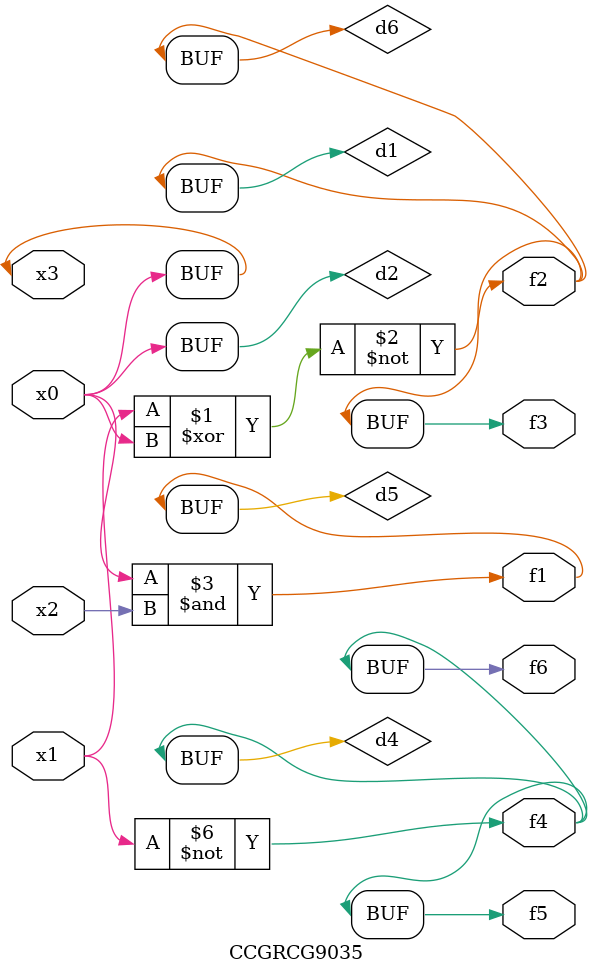
<source format=v>
module CCGRCG9035(
	input x0, x1, x2, x3,
	output f1, f2, f3, f4, f5, f6
);

	wire d1, d2, d3, d4, d5, d6;

	xnor (d1, x1, x3);
	buf (d2, x0, x3);
	nand (d3, x0, x2);
	not (d4, x1);
	nand (d5, d3);
	or (d6, d1);
	assign f1 = d5;
	assign f2 = d6;
	assign f3 = d6;
	assign f4 = d4;
	assign f5 = d4;
	assign f6 = d4;
endmodule

</source>
